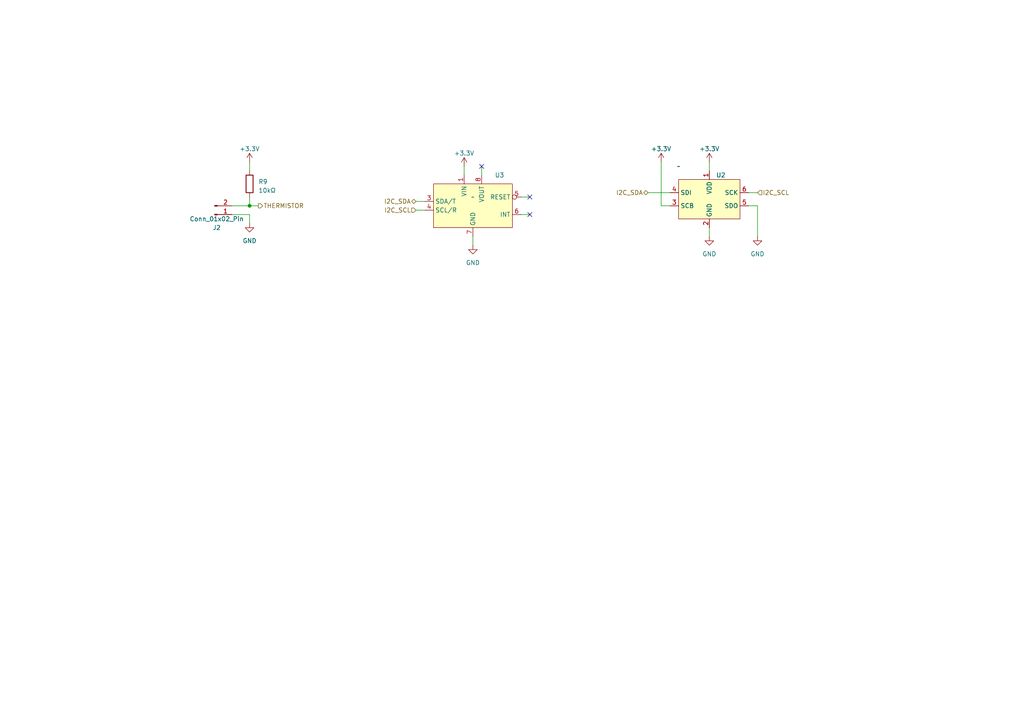
<source format=kicad_sch>
(kicad_sch (version 20230121) (generator eeschema)
  (paper "A4")
  (lib_symbols
    (symbol "Akizuki_BME280_Module:BME280"
      (property "Reference" "U" (at 12.7 2.54 0))
      (symbol "BME280_1_1"
        (rectangle (start 0 0) (end 17.78 -11.43) (fill (type background)))
        (pin power_in line (at 8.89 2.54 270) (length 2.54) (name "VDD") (number "1"))
        (pin power_in line (at 8.89 -13.97 90) (length 2.54) (name "GND") (number "2"))
        (pin power_in line (at -2.54 -7.62 0) (length 2.54) (name "SCB") (number "3"))
        (pin input line (at -2.54 -3.81 0) (length 2.54) (name "SDI") (number "4"))
        (pin output line (at 20.32 -7.62 180) (length 2.54) (name "SDO") (number "5"))
        (pin input line (at 20.32 -3.81 180) (length 2.54) (name "SCK") (number "6"))
      )
    )
    (symbol "Akizuki_BNO055_Module:BNO055"
      (property "Reference" "U" (at 6.35 5.08 0))
      (symbol "BNO055_1_1"
        (rectangle (start -11.43 3.81) (end 11.43 -8.89) (fill (type background)))
        (pin power_in line (at -2.54 6.35 270) (length 2.54) (name "VIN") (number "1"))
        (pin bidirectional line (at -13.97 -1.27 0) (length 2.54) (name "SDA/T") (number "3"))
        (pin bidirectional line (at -13.97 -3.81 0) (length 2.54) (name "SCL/R") (number "4"))
        (pin input inverted (at 13.97 0 180) (length 2.54) (name "RESET") (number "5"))
        (pin output line (at 13.97 -5.08 180) (length 2.54) (name "INT") (number "6"))
        (pin power_in line (at 0 -11.43 90) (length 2.54) (name "GND") (number "7"))
        (pin power_out line (at 2.54 6.35 270) (length 2.54) (name "VOUT") (number "8"))
      )
    )
    (symbol "Connector:Conn_01x02_Pin" (pin_names (offset 1.016) hide)
      (property "Reference" "J" (at 0 2.54 0))
      (property "Value" "Conn_01x02_Pin" (at 0 -5.08 0))
      (symbol "Conn_01x02_Pin_1_1"
        (polyline (pts (xy 1.27 -2.54) (xy 0.8636 -2.54)) (stroke (width 0.1524)))
        (polyline (pts (xy 1.27 0) (xy 0.8636 0)) (stroke (width 0.1524)))
        (rectangle (start 0.8636 -2.413) (end 0 -2.667) (stroke (width 0.1524)) (fill (type outline)))
        (rectangle (start 0.8636 0.127) (end 0 -0.127) (stroke (width 0.1524)) (fill (type outline)))
        (pin passive line (at 5.08 0 180) (length 3.81) (name "Pin_1") (number "1"))
        (pin passive line (at 5.08 -2.54 180) (length 3.81) (name "Pin_2") (number "2"))
      )
    )
    (symbol "Device:R" (pin_numbers hide) (pin_names (offset 0))
      (property "Reference" "R" (at 2.032 0 90))
      (property "Value" "R" (at 0 0 90))
      (symbol "R_0_1"
        (rectangle (start -1.016 -2.54) (end 1.016 2.54) (stroke (width 0.254)))
      )
      (symbol "R_1_1"
        (pin passive line (at 0 3.81 270) (length 1.27) (name "~") (number "1"))
        (pin passive line (at 0 -3.81 90) (length 1.27) (name "~") (number "2"))
      )
    )
    (symbol "power:+3.3V" (power) (pin_names (offset 0))
      (property "Value" "+3.3V" (at 0 3.556 0))
      (symbol "+3.3V_0_1"
        (polyline (pts (xy -0.762 1.27) (xy 0 2.54)))
        (polyline (pts (xy 0 0) (xy 0 2.54)))
        (polyline (pts (xy 0 2.54) (xy 0.762 1.27)))
      )
      (symbol "+3.3V_1_1"
        (pin power_in line (at 0 0 90) (length 0) hide (name "+3.3V") (number "1"))
      )
    )
    (symbol "power:GND" (power) (pin_names (offset 0))
      (property "Value" "GND" (at 0 -3.81 0))
      (symbol "GND_0_1"
        (polyline (pts (xy 0 0) (xy 0 -1.27) (xy 1.27 -1.27) (xy 0 -2.54) (xy -1.27 -1.27) (xy 0 -1.27)))
      )
      (symbol "GND_1_1"
        (pin power_in line (at 0 0 270) (length 0) hide (name "GND") (number "1"))
      )
    )
  )
  (junction (at 72.39 59.69))
  (no_connect (at 139.7 48.26))
  (no_connect (at 153.67 62.23))
  (no_connect (at 153.67 57.15))
  (wire (pts (xy 219.71 68.58) (xy 219.71 59.69)))
  (wire (pts (xy 137.16 68.58) (xy 137.16 71.12)))
  (wire (pts (xy 67.31 62.23) (xy 72.39 62.23)))
  (wire (pts (xy 151.13 57.15) (xy 153.67 57.15)))
  (wire (pts (xy 205.74 46.99) (xy 205.74 49.53)))
  (wire (pts (xy 205.74 68.58) (xy 205.74 66.04)))
  (wire (pts (xy 72.39 64.77) (xy 72.39 62.23)))
  (wire (pts (xy 219.71 55.88) (xy 217.17 55.88)))
  (wire (pts (xy 67.31 59.69) (xy 72.39 59.69)))
  (wire (pts (xy 187.96 55.88) (xy 194.31 55.88)))
  (wire (pts (xy 134.62 48.26) (xy 134.62 50.8)))
  (wire (pts (xy 139.7 48.26) (xy 139.7 50.8)))
  (wire (pts (xy 120.65 60.96) (xy 123.19 60.96)))
  (wire (pts (xy 151.13 62.23) (xy 153.67 62.23)))
  (wire (pts (xy 191.77 46.99) (xy 191.77 59.69)))
  (wire (pts (xy 191.77 59.69) (xy 194.31 59.69)))
  (wire (pts (xy 72.39 57.15) (xy 72.39 59.69)))
  (wire (pts (xy 219.71 59.69) (xy 217.17 59.69)))
  (wire (pts (xy 72.39 46.99) (xy 72.39 49.53)))
  (wire (pts (xy 120.65 58.42) (xy 123.19 58.42)))
  (wire (pts (xy 72.39 59.69) (xy 74.93 59.69)))
  (hierarchical_label "THERMISTOR" (shape output) (at 74.93 59.69 0))
  (hierarchical_label "I2C_SDA" (shape bidirectional) (at 187.96 55.88 180))
  (hierarchical_label "I2C_SCL" (shape input) (at 120.65 60.96 180))
  (hierarchical_label "I2C_SDA" (shape bidirectional) (at 120.65 58.42 180))
  (hierarchical_label "I2C_SCL" (shape input) (at 219.71 55.88 0))
  (symbol (lib_id "power:GND") (at 205.74 68.58 0) (unit 1)
    (property "Reference" "#PWR023" (effects hide))
    (property "Value" "GND" (at 205.74 73.66 0))
    (instances (project "SensingModule" (path "" (reference "#PWR023") (unit 1)) (path "" (reference "#PWR031") (unit 1))))
  )
  (symbol (lib_id "power:GND") (at 137.16 71.12 0) (unit 1)
    (property "Reference" "#PWR011" (effects hide))
    (property "Value" "GND" (at 137.16 76.2 0))
    (instances (project "SensingModule" (path "" (reference "#PWR011") (unit 1)) (path "" (reference "#PWR025") (unit 1))))
  )
  (symbol (lib_id "Connector:Conn_01x02_Pin") (at 62.23 62.23 0) (mirror x) (unit 1)
    (property "Reference" "J2" (at 62.865 66.04 0))
    (property "Value" "Conn_01x02_Pin" (at 62.865 63.5 0))
    (property "Footprint" "Hirose_Connector:Hirose_DF1B" (effects hide))
  )
  (symbol (lib_id "Akizuki_BME280_Module:BME280") (at 196.85 52.07 0) (unit 1)
    (property "Reference" "U2" (at 207.6959 50.8 0) (effects (justify left)))
    (property "Value" "~" (at 196.85 48.26 0))
    (property "Footprint" "Akizuki_BME280_Module:BME280" (effects hide))
  )
  (symbol (lib_id "power:+3.3V") (at 191.77 46.99 0) (unit 1)
    (property "Reference" "#PWR018" (effects hide))
    (property "Value" "+3.3V" (at 191.77 43.18 0))
    (instances (project "SensingModule" (path "" (reference "#PWR018") (unit 1)) (path "" (reference "#PWR026") (unit 1))))
  )
  (symbol (lib_id "power:GND") (at 72.39 64.77 0) (unit 1)
    (property "Reference" "#PWR02" (effects hide))
    (property "Value" "GND" (at 72.39 69.85 0))
    (instances (project "SensingModule" (path "" (reference "#PWR02") (unit 1)) (path "" (reference "#PWR012") (unit 1))))
  )
  (symbol (lib_id "Device:R") (at 72.39 53.34 0) (unit 1)
    (property "Reference" "R9" (at 74.93 52.705 0) (effects (justify left)))
    (property "Value" "10kΩ" (at 74.93 55.245 0) (effects (justify left)))
    (property "Footprint" "Resistor_SMD:R_0805_2012Metric_Pad1.20x1.40mm_HandSolder" (effects hide))
  )
  (symbol (lib_id "power:+3.3V") (at 72.39 46.99 0) (unit 1)
    (property "Reference" "#PWR01" (effects hide))
    (property "Value" "+3.3V" (at 72.39 43.18 0))
    (instances (project "SensingModule" (path "" (reference "#PWR01") (unit 1)) (path "" (reference "#PWR07") (unit 1))))
  )
  (symbol (lib_id "power:GND") (at 219.71 68.58 0) (unit 1)
    (property "Reference" "#PWR028" (effects hide))
    (property "Value" "GND" (at 219.71 73.66 0))
    (instances (project "SensingModule" (path "" (reference "#PWR028") (unit 1)) (path "" (reference "#PWR032") (unit 1))))
  )
  (symbol (lib_id "power:+3.3V") (at 134.62 48.26 0) (unit 1)
    (property "Reference" "#PWR010" (effects hide))
    (property "Value" "+3.3V" (at 134.62 44.45 0))
    (instances (project "SensingModule" (path "" (reference "#PWR010") (unit 1)) (path "" (reference "#PWR024") (unit 1))))
  )
  (symbol (lib_id "Akizuki_BNO055_Module:BNO055") (at 137.16 57.15 0) (unit 1)
    (property "Reference" "U3" (at 143.51 50.8 0) (effects (justify left)))
    (property "Value" "~" (at 137.16 57.15 0))
    (property "Footprint" "Akizuki_BNO055_Module:BNO055" (effects hide))
  )
  (symbol (lib_id "power:+3.3V") (at 205.74 46.99 0) (unit 1)
    (property "Reference" "#PWR022" (effects hide))
    (property "Value" "+3.3V" (at 205.74 43.18 0))
    (instances (project "SensingModule" (path "" (reference "#PWR022") (unit 1)) (path "" (reference "#PWR029") (unit 1))))
  )
)
</source>
